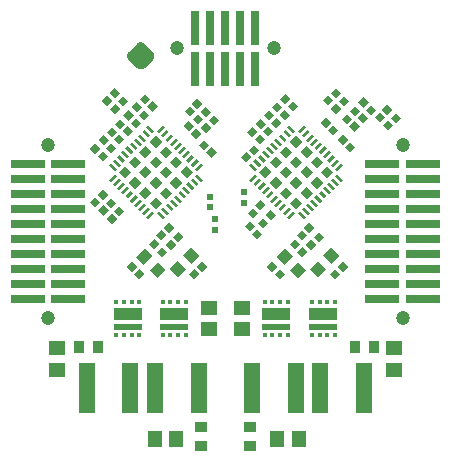
<source format=gts>
G04 #@! TF.FileFunction,Soldermask,Top*
%FSLAX46Y46*%
G04 Gerber Fmt 4.6, Leading zero omitted, Abs format (unit mm)*
G04 Created by KiCad (PCBNEW 4.1.0-alpha+201605071002+6776~44~ubuntu14.04.1-product) date Mon 25 Jul 2016 08:51:32 BST*
%MOMM*%
%LPD*%
G01*
G04 APERTURE LIST*
%ADD10C,0.100000*%
%ADD11R,0.450000X0.450000*%
%ADD12R,2.450000X1.036000*%
%ADD13R,2.450000X0.562000*%
%ADD14R,0.740000X2.920000*%
%ADD15R,0.950000X1.000000*%
%ADD16R,0.620000X0.620000*%
%ADD17R,1.000000X0.950000*%
%ADD18R,1.400000X4.200000*%
%ADD19C,1.200000*%
%ADD20R,2.920000X0.740000*%
%ADD21R,1.450000X1.150000*%
%ADD22R,1.150000X1.450000*%
G04 APERTURE END LIST*
D10*
D11*
X105275000Y-108786000D03*
X104625000Y-108786000D03*
X103325000Y-108786000D03*
X103975000Y-108786000D03*
X103325000Y-106014000D03*
X103975000Y-106014000D03*
X104625000Y-106014000D03*
X105275000Y-106014000D03*
D12*
X104300000Y-106966000D03*
D13*
X104300000Y-108071000D03*
D11*
X96650000Y-108772000D03*
X96000000Y-108772000D03*
X94700000Y-108772000D03*
X95350000Y-108772000D03*
X94700000Y-106000000D03*
X95350000Y-106000000D03*
X96000000Y-106000000D03*
X96650000Y-106000000D03*
D12*
X95675000Y-106952000D03*
D13*
X95675000Y-108057000D03*
D11*
X109275000Y-108786000D03*
X108625000Y-108786000D03*
X107325000Y-108786000D03*
X107975000Y-108786000D03*
X107325000Y-106014000D03*
X107975000Y-106014000D03*
X108625000Y-106014000D03*
X109275000Y-106014000D03*
D12*
X108300000Y-106966000D03*
D13*
X108300000Y-108071000D03*
D11*
X92700000Y-108772000D03*
X92050000Y-108772000D03*
X90750000Y-108772000D03*
X91400000Y-108772000D03*
X90750000Y-106000000D03*
X91400000Y-106000000D03*
X92050000Y-106000000D03*
X92700000Y-106000000D03*
D12*
X91725000Y-106952000D03*
D13*
X91725000Y-108057000D03*
D10*
G36*
X92856604Y-90818198D02*
X92418198Y-91256604D01*
X91979792Y-90818198D01*
X92418198Y-90379792D01*
X92856604Y-90818198D01*
X92856604Y-90818198D01*
G37*
G36*
X92220208Y-90181802D02*
X91781802Y-90620208D01*
X91343396Y-90181802D01*
X91781802Y-89743396D01*
X92220208Y-90181802D01*
X92220208Y-90181802D01*
G37*
G36*
X104756604Y-90818198D02*
X104318198Y-91256604D01*
X103879792Y-90818198D01*
X104318198Y-90379792D01*
X104756604Y-90818198D01*
X104756604Y-90818198D01*
G37*
G36*
X104120208Y-90181802D02*
X103681802Y-90620208D01*
X103243396Y-90181802D01*
X103681802Y-89743396D01*
X104120208Y-90181802D01*
X104120208Y-90181802D01*
G37*
G36*
X107918198Y-100043396D02*
X108356604Y-100481802D01*
X107918198Y-100920208D01*
X107479792Y-100481802D01*
X107918198Y-100043396D01*
X107918198Y-100043396D01*
G37*
G36*
X107281802Y-100679792D02*
X107720208Y-101118198D01*
X107281802Y-101556604D01*
X106843396Y-101118198D01*
X107281802Y-100679792D01*
X107281802Y-100679792D01*
G37*
G36*
X96018198Y-100043396D02*
X96456604Y-100481802D01*
X96018198Y-100920208D01*
X95579792Y-100481802D01*
X96018198Y-100043396D01*
X96018198Y-100043396D01*
G37*
G36*
X95381802Y-100679792D02*
X95820208Y-101118198D01*
X95381802Y-101556604D01*
X94943396Y-101118198D01*
X95381802Y-100679792D01*
X95381802Y-100679792D01*
G37*
G36*
X92743396Y-88781802D02*
X93181802Y-88343396D01*
X93620208Y-88781802D01*
X93181802Y-89220208D01*
X92743396Y-88781802D01*
X92743396Y-88781802D01*
G37*
G36*
X93379792Y-89418198D02*
X93818198Y-88979792D01*
X94256604Y-89418198D01*
X93818198Y-89856604D01*
X93379792Y-89418198D01*
X93379792Y-89418198D01*
G37*
D14*
X97460000Y-86215000D03*
X97460000Y-82785000D03*
X98730000Y-86215000D03*
X98730000Y-82785000D03*
X100000000Y-86215000D03*
X100000000Y-82785000D03*
X101270000Y-86215000D03*
X101270000Y-82785000D03*
X102540000Y-86215000D03*
X102540000Y-82785000D03*
D10*
G36*
X104643396Y-88781802D02*
X105081802Y-88343396D01*
X105520208Y-88781802D01*
X105081802Y-89220208D01*
X104643396Y-88781802D01*
X104643396Y-88781802D01*
G37*
G36*
X105279792Y-89418198D02*
X105718198Y-88979792D01*
X106156604Y-89418198D01*
X105718198Y-89856604D01*
X105279792Y-89418198D01*
X105279792Y-89418198D01*
G37*
D15*
X89200000Y-109800000D03*
X87600000Y-109800000D03*
D10*
G36*
X90381802Y-99356604D02*
X89943396Y-98918198D01*
X90381802Y-98479792D01*
X90820208Y-98918198D01*
X90381802Y-99356604D01*
X90381802Y-99356604D01*
G37*
G36*
X91018198Y-98720208D02*
X90579792Y-98281802D01*
X91018198Y-97843396D01*
X91456604Y-98281802D01*
X91018198Y-98720208D01*
X91018198Y-98720208D01*
G37*
G36*
X91318198Y-88543396D02*
X91756604Y-88981802D01*
X91318198Y-89420208D01*
X90879792Y-88981802D01*
X91318198Y-88543396D01*
X91318198Y-88543396D01*
G37*
G36*
X90681802Y-89179792D02*
X91120208Y-89618198D01*
X90681802Y-90056604D01*
X90243396Y-89618198D01*
X90681802Y-89179792D01*
X90681802Y-89179792D01*
G37*
G36*
X91456604Y-92218198D02*
X91018198Y-92656604D01*
X90579792Y-92218198D01*
X91018198Y-91779792D01*
X91456604Y-92218198D01*
X91456604Y-92218198D01*
G37*
G36*
X90820208Y-91581802D02*
X90381802Y-92020208D01*
X89943396Y-91581802D01*
X90381802Y-91143396D01*
X90820208Y-91581802D01*
X90820208Y-91581802D01*
G37*
G36*
X90618198Y-87843396D02*
X91056604Y-88281802D01*
X90618198Y-88720208D01*
X90179792Y-88281802D01*
X90618198Y-87843396D01*
X90618198Y-87843396D01*
G37*
G36*
X89981802Y-88479792D02*
X90420208Y-88918198D01*
X89981802Y-89356604D01*
X89543396Y-88918198D01*
X89981802Y-88479792D01*
X89981802Y-88479792D01*
G37*
G36*
X90756604Y-92918198D02*
X90318198Y-93356604D01*
X89879792Y-92918198D01*
X90318198Y-92479792D01*
X90756604Y-92918198D01*
X90756604Y-92918198D01*
G37*
G36*
X90120208Y-92281802D02*
X89681802Y-92720208D01*
X89243396Y-92281802D01*
X89681802Y-91843396D01*
X90120208Y-92281802D01*
X90120208Y-92281802D01*
G37*
D16*
X99100000Y-99850000D03*
X99100000Y-98950000D03*
D10*
G36*
X96981802Y-90256604D02*
X96543396Y-89818198D01*
X96981802Y-89379792D01*
X97420208Y-89818198D01*
X96981802Y-90256604D01*
X96981802Y-90256604D01*
G37*
G36*
X97618198Y-89620208D02*
X97179792Y-89181802D01*
X97618198Y-88743396D01*
X98056604Y-89181802D01*
X97618198Y-89620208D01*
X97618198Y-89620208D01*
G37*
D16*
X98700000Y-97950000D03*
X98700000Y-97050000D03*
D10*
G36*
X90643396Y-90881802D02*
X91081802Y-90443396D01*
X91520208Y-90881802D01*
X91081802Y-91320208D01*
X90643396Y-90881802D01*
X90643396Y-90881802D01*
G37*
G36*
X91279792Y-91518198D02*
X91718198Y-91079792D01*
X92156604Y-91518198D01*
X91718198Y-91956604D01*
X91279792Y-91518198D01*
X91279792Y-91518198D01*
G37*
D17*
X97900000Y-118200000D03*
X97900000Y-116600000D03*
X102100000Y-116600000D03*
X102100000Y-118200000D03*
D10*
G36*
X103138406Y-100200000D02*
X102700000Y-100638406D01*
X102261594Y-100200000D01*
X102700000Y-99761594D01*
X103138406Y-100200000D01*
X103138406Y-100200000D01*
G37*
G36*
X102502010Y-99563604D02*
X102063604Y-100002010D01*
X101625198Y-99563604D01*
X102063604Y-99125198D01*
X102502010Y-99563604D01*
X102502010Y-99563604D01*
G37*
G36*
X113081802Y-90756604D02*
X112643396Y-90318198D01*
X113081802Y-89879792D01*
X113520208Y-90318198D01*
X113081802Y-90756604D01*
X113081802Y-90756604D01*
G37*
G36*
X113718198Y-90120208D02*
X113279792Y-89681802D01*
X113718198Y-89243396D01*
X114156604Y-89681802D01*
X113718198Y-90120208D01*
X113718198Y-90120208D01*
G37*
G36*
X103356604Y-92218198D02*
X102918198Y-92656604D01*
X102479792Y-92218198D01*
X102918198Y-91779792D01*
X103356604Y-92218198D01*
X103356604Y-92218198D01*
G37*
G36*
X102720208Y-91581802D02*
X102281802Y-92020208D01*
X101843396Y-91581802D01*
X102281802Y-91143396D01*
X102720208Y-91581802D01*
X102720208Y-91581802D01*
G37*
G36*
X113781802Y-91456604D02*
X113343396Y-91018198D01*
X113781802Y-90579792D01*
X114220208Y-91018198D01*
X113781802Y-91456604D01*
X113781802Y-91456604D01*
G37*
G36*
X114418198Y-90820208D02*
X113979792Y-90381802D01*
X114418198Y-89943396D01*
X114856604Y-90381802D01*
X114418198Y-90820208D01*
X114418198Y-90820208D01*
G37*
G36*
X102418198Y-92643396D02*
X102856604Y-93081802D01*
X102418198Y-93520208D01*
X101979792Y-93081802D01*
X102418198Y-92643396D01*
X102418198Y-92643396D01*
G37*
G36*
X101781802Y-93279792D02*
X102220208Y-93718198D01*
X101781802Y-94156604D01*
X101343396Y-93718198D01*
X101781802Y-93279792D01*
X101781802Y-93279792D01*
G37*
G36*
X110036396Y-88525198D02*
X110474802Y-88963604D01*
X110036396Y-89402010D01*
X109597990Y-88963604D01*
X110036396Y-88525198D01*
X110036396Y-88525198D01*
G37*
G36*
X109400000Y-89161594D02*
X109838406Y-89600000D01*
X109400000Y-90038406D01*
X108961594Y-89600000D01*
X109400000Y-89161594D01*
X109400000Y-89161594D01*
G37*
G36*
X112756604Y-89718198D02*
X112318198Y-90156604D01*
X111879792Y-89718198D01*
X112318198Y-89279792D01*
X112756604Y-89718198D01*
X112756604Y-89718198D01*
G37*
G36*
X112120208Y-89081802D02*
X111681802Y-89520208D01*
X111243396Y-89081802D01*
X111681802Y-88643396D01*
X112120208Y-89081802D01*
X112120208Y-89081802D01*
G37*
G36*
X109336396Y-87825198D02*
X109774802Y-88263604D01*
X109336396Y-88702010D01*
X108897990Y-88263604D01*
X109336396Y-87825198D01*
X109336396Y-87825198D01*
G37*
G36*
X108700000Y-88461594D02*
X109138406Y-88900000D01*
X108700000Y-89338406D01*
X108261594Y-88900000D01*
X108700000Y-88461594D01*
X108700000Y-88461594D01*
G37*
D18*
X91950000Y-113300000D03*
X88250000Y-113300000D03*
X94050000Y-113300000D03*
X97750000Y-113300000D03*
X111750000Y-113300000D03*
X108050000Y-113300000D03*
D19*
X115000000Y-107305000D03*
X115000000Y-92695000D03*
D20*
X113285000Y-94285000D03*
X116715000Y-94285000D03*
X113285000Y-95555000D03*
X116715000Y-95555000D03*
X113285000Y-96825000D03*
X116715000Y-96825000D03*
X113285000Y-98095000D03*
X116715000Y-98095000D03*
X113285000Y-99365000D03*
X116715000Y-99365000D03*
X113285000Y-100635000D03*
X116715000Y-100635000D03*
X113285000Y-101905000D03*
X116715000Y-101905000D03*
X113285000Y-103175000D03*
X116715000Y-103175000D03*
X113285000Y-104445000D03*
X116715000Y-104445000D03*
X113285000Y-105715000D03*
X116715000Y-105715000D03*
D19*
X85000000Y-107305000D03*
X85000000Y-92695000D03*
D20*
X83285000Y-94285000D03*
X86715000Y-94285000D03*
X83285000Y-95555000D03*
X86715000Y-95555000D03*
X83285000Y-96825000D03*
X86715000Y-96825000D03*
X83285000Y-98095000D03*
X86715000Y-98095000D03*
X83285000Y-99365000D03*
X86715000Y-99365000D03*
X83285000Y-100635000D03*
X86715000Y-100635000D03*
X83285000Y-101905000D03*
X86715000Y-101905000D03*
X83285000Y-103175000D03*
X86715000Y-103175000D03*
X83285000Y-104445000D03*
X86715000Y-104445000D03*
X83285000Y-105715000D03*
X86715000Y-105715000D03*
D10*
G36*
X97900699Y-94204505D02*
X98077476Y-94381282D01*
X97582501Y-94876257D01*
X97405724Y-94699480D01*
X97900699Y-94204505D01*
X97900699Y-94204505D01*
G37*
G36*
X97547146Y-93850951D02*
X97723923Y-94027728D01*
X97228948Y-94522703D01*
X97052171Y-94345926D01*
X97547146Y-93850951D01*
X97547146Y-93850951D01*
G37*
G36*
X97193592Y-93497398D02*
X97370369Y-93674175D01*
X96875394Y-94169150D01*
X96698617Y-93992373D01*
X97193592Y-93497398D01*
X97193592Y-93497398D01*
G37*
G36*
X96840039Y-93143844D02*
X97016816Y-93320621D01*
X96521841Y-93815596D01*
X96345064Y-93638819D01*
X96840039Y-93143844D01*
X96840039Y-93143844D01*
G37*
G36*
X96486485Y-92790291D02*
X96663262Y-92967068D01*
X96168287Y-93462043D01*
X95991510Y-93285266D01*
X96486485Y-92790291D01*
X96486485Y-92790291D01*
G37*
G36*
X96132932Y-92436738D02*
X96309709Y-92613515D01*
X95814734Y-93108490D01*
X95637957Y-92931713D01*
X96132932Y-92436738D01*
X96132932Y-92436738D01*
G37*
G36*
X95779379Y-92083184D02*
X95956156Y-92259961D01*
X95461181Y-92754936D01*
X95284404Y-92578159D01*
X95779379Y-92083184D01*
X95779379Y-92083184D01*
G37*
G36*
X95425825Y-91729631D02*
X95602602Y-91906408D01*
X95107627Y-92401383D01*
X94930850Y-92224606D01*
X95425825Y-91729631D01*
X95425825Y-91729631D01*
G37*
G36*
X95072272Y-91376077D02*
X95249049Y-91552854D01*
X94754074Y-92047829D01*
X94577297Y-91871052D01*
X95072272Y-91376077D01*
X95072272Y-91376077D01*
G37*
G36*
X94718718Y-91022524D02*
X94895495Y-91199301D01*
X94400520Y-91694276D01*
X94223743Y-91517499D01*
X94718718Y-91022524D01*
X94718718Y-91022524D01*
G37*
G36*
X93481282Y-91022524D02*
X93976257Y-91517499D01*
X93799480Y-91694276D01*
X93304505Y-91199301D01*
X93481282Y-91022524D01*
X93481282Y-91022524D01*
G37*
G36*
X93127728Y-91376077D02*
X93622703Y-91871052D01*
X93445926Y-92047829D01*
X92950951Y-91552854D01*
X93127728Y-91376077D01*
X93127728Y-91376077D01*
G37*
G36*
X92774175Y-91729631D02*
X93269150Y-92224606D01*
X93092373Y-92401383D01*
X92597398Y-91906408D01*
X92774175Y-91729631D01*
X92774175Y-91729631D01*
G37*
G36*
X92420621Y-92083184D02*
X92915596Y-92578159D01*
X92738819Y-92754936D01*
X92243844Y-92259961D01*
X92420621Y-92083184D01*
X92420621Y-92083184D01*
G37*
G36*
X92067068Y-92436738D02*
X92562043Y-92931713D01*
X92385266Y-93108490D01*
X91890291Y-92613515D01*
X92067068Y-92436738D01*
X92067068Y-92436738D01*
G37*
G36*
X91713515Y-92790291D02*
X92208490Y-93285266D01*
X92031713Y-93462043D01*
X91536738Y-92967068D01*
X91713515Y-92790291D01*
X91713515Y-92790291D01*
G37*
G36*
X91359961Y-93143844D02*
X91854936Y-93638819D01*
X91678159Y-93815596D01*
X91183184Y-93320621D01*
X91359961Y-93143844D01*
X91359961Y-93143844D01*
G37*
G36*
X91006408Y-93497398D02*
X91501383Y-93992373D01*
X91324606Y-94169150D01*
X90829631Y-93674175D01*
X91006408Y-93497398D01*
X91006408Y-93497398D01*
G37*
G36*
X90652854Y-93850951D02*
X91147829Y-94345926D01*
X90971052Y-94522703D01*
X90476077Y-94027728D01*
X90652854Y-93850951D01*
X90652854Y-93850951D01*
G37*
G36*
X90299301Y-94204505D02*
X90794276Y-94699480D01*
X90617499Y-94876257D01*
X90122524Y-94381282D01*
X90299301Y-94204505D01*
X90299301Y-94204505D01*
G37*
G36*
X90617499Y-95123743D02*
X90794276Y-95300520D01*
X90299301Y-95795495D01*
X90122524Y-95618718D01*
X90617499Y-95123743D01*
X90617499Y-95123743D01*
G37*
G36*
X90971052Y-95477297D02*
X91147829Y-95654074D01*
X90652854Y-96149049D01*
X90476077Y-95972272D01*
X90971052Y-95477297D01*
X90971052Y-95477297D01*
G37*
G36*
X91324606Y-95830850D02*
X91501383Y-96007627D01*
X91006408Y-96502602D01*
X90829631Y-96325825D01*
X91324606Y-95830850D01*
X91324606Y-95830850D01*
G37*
G36*
X91678159Y-96184404D02*
X91854936Y-96361181D01*
X91359961Y-96856156D01*
X91183184Y-96679379D01*
X91678159Y-96184404D01*
X91678159Y-96184404D01*
G37*
G36*
X92031713Y-96537957D02*
X92208490Y-96714734D01*
X91713515Y-97209709D01*
X91536738Y-97032932D01*
X92031713Y-96537957D01*
X92031713Y-96537957D01*
G37*
G36*
X92385266Y-96891510D02*
X92562043Y-97068287D01*
X92067068Y-97563262D01*
X91890291Y-97386485D01*
X92385266Y-96891510D01*
X92385266Y-96891510D01*
G37*
G36*
X92738819Y-97245064D02*
X92915596Y-97421841D01*
X92420621Y-97916816D01*
X92243844Y-97740039D01*
X92738819Y-97245064D01*
X92738819Y-97245064D01*
G37*
G36*
X93092373Y-97598617D02*
X93269150Y-97775394D01*
X92774175Y-98270369D01*
X92597398Y-98093592D01*
X93092373Y-97598617D01*
X93092373Y-97598617D01*
G37*
G36*
X93445926Y-97952171D02*
X93622703Y-98128948D01*
X93127728Y-98623923D01*
X92950951Y-98447146D01*
X93445926Y-97952171D01*
X93445926Y-97952171D01*
G37*
G36*
X93799480Y-98305724D02*
X93976257Y-98482501D01*
X93481282Y-98977476D01*
X93304505Y-98800699D01*
X93799480Y-98305724D01*
X93799480Y-98305724D01*
G37*
G36*
X94400520Y-98305724D02*
X94895495Y-98800699D01*
X94718718Y-98977476D01*
X94223743Y-98482501D01*
X94400520Y-98305724D01*
X94400520Y-98305724D01*
G37*
G36*
X94754074Y-97952171D02*
X95249049Y-98447146D01*
X95072272Y-98623923D01*
X94577297Y-98128948D01*
X94754074Y-97952171D01*
X94754074Y-97952171D01*
G37*
G36*
X95107627Y-97598617D02*
X95602602Y-98093592D01*
X95425825Y-98270369D01*
X94930850Y-97775394D01*
X95107627Y-97598617D01*
X95107627Y-97598617D01*
G37*
G36*
X95461181Y-97245064D02*
X95956156Y-97740039D01*
X95779379Y-97916816D01*
X95284404Y-97421841D01*
X95461181Y-97245064D01*
X95461181Y-97245064D01*
G37*
G36*
X95814734Y-96891510D02*
X96309709Y-97386485D01*
X96132932Y-97563262D01*
X95637957Y-97068287D01*
X95814734Y-96891510D01*
X95814734Y-96891510D01*
G37*
G36*
X96168287Y-96537957D02*
X96663262Y-97032932D01*
X96486485Y-97209709D01*
X95991510Y-96714734D01*
X96168287Y-96537957D01*
X96168287Y-96537957D01*
G37*
G36*
X96521841Y-96184404D02*
X97016816Y-96679379D01*
X96840039Y-96856156D01*
X96345064Y-96361181D01*
X96521841Y-96184404D01*
X96521841Y-96184404D01*
G37*
G36*
X96875394Y-95830850D02*
X97370369Y-96325825D01*
X97193592Y-96502602D01*
X96698617Y-96007627D01*
X96875394Y-95830850D01*
X96875394Y-95830850D01*
G37*
G36*
X97228948Y-95477297D02*
X97723923Y-95972272D01*
X97547146Y-96149049D01*
X97052171Y-95654074D01*
X97228948Y-95477297D01*
X97228948Y-95477297D01*
G37*
G36*
X97582501Y-95123743D02*
X98077476Y-95618718D01*
X97900699Y-95795495D01*
X97405724Y-95300520D01*
X97582501Y-95123743D01*
X97582501Y-95123743D01*
G37*
G36*
X96709224Y-94482398D02*
X97226826Y-95000000D01*
X96709224Y-95517602D01*
X96191622Y-95000000D01*
X96709224Y-94482398D01*
X96709224Y-94482398D01*
G37*
G36*
X95839483Y-93612657D02*
X96357085Y-94130259D01*
X95839483Y-94647861D01*
X95321881Y-94130259D01*
X95839483Y-93612657D01*
X95839483Y-93612657D01*
G37*
G36*
X94969741Y-92742915D02*
X95487343Y-93260517D01*
X94969741Y-93778119D01*
X94452139Y-93260517D01*
X94969741Y-92742915D01*
X94969741Y-92742915D01*
G37*
G36*
X94100000Y-91873174D02*
X94617602Y-92390776D01*
X94100000Y-92908378D01*
X93582398Y-92390776D01*
X94100000Y-91873174D01*
X94100000Y-91873174D01*
G37*
G36*
X95839483Y-95352139D02*
X96357085Y-95869741D01*
X95839483Y-96387343D01*
X95321881Y-95869741D01*
X95839483Y-95352139D01*
X95839483Y-95352139D01*
G37*
G36*
X94969741Y-94482398D02*
X95487343Y-95000000D01*
X94969741Y-95517602D01*
X94452139Y-95000000D01*
X94969741Y-94482398D01*
X94969741Y-94482398D01*
G37*
G36*
X94100000Y-93612657D02*
X94617602Y-94130259D01*
X94100000Y-94647861D01*
X93582398Y-94130259D01*
X94100000Y-93612657D01*
X94100000Y-93612657D01*
G37*
G36*
X93230259Y-92742915D02*
X93747861Y-93260517D01*
X93230259Y-93778119D01*
X92712657Y-93260517D01*
X93230259Y-92742915D01*
X93230259Y-92742915D01*
G37*
G36*
X94969741Y-96221881D02*
X95487343Y-96739483D01*
X94969741Y-97257085D01*
X94452139Y-96739483D01*
X94969741Y-96221881D01*
X94969741Y-96221881D01*
G37*
G36*
X94100000Y-95352139D02*
X94617602Y-95869741D01*
X94100000Y-96387343D01*
X93582398Y-95869741D01*
X94100000Y-95352139D01*
X94100000Y-95352139D01*
G37*
G36*
X93230259Y-94482398D02*
X93747861Y-95000000D01*
X93230259Y-95517602D01*
X92712657Y-95000000D01*
X93230259Y-94482398D01*
X93230259Y-94482398D01*
G37*
G36*
X92360517Y-93612657D02*
X92878119Y-94130259D01*
X92360517Y-94647861D01*
X91842915Y-94130259D01*
X92360517Y-93612657D01*
X92360517Y-93612657D01*
G37*
G36*
X94100000Y-97091622D02*
X94617602Y-97609224D01*
X94100000Y-98126826D01*
X93582398Y-97609224D01*
X94100000Y-97091622D01*
X94100000Y-97091622D01*
G37*
G36*
X93230259Y-96221881D02*
X93747861Y-96739483D01*
X93230259Y-97257085D01*
X92712657Y-96739483D01*
X93230259Y-96221881D01*
X93230259Y-96221881D01*
G37*
G36*
X92360517Y-95352139D02*
X92878119Y-95869741D01*
X92360517Y-96387343D01*
X91842915Y-95869741D01*
X92360517Y-95352139D01*
X92360517Y-95352139D01*
G37*
G36*
X91490776Y-94482398D02*
X92008378Y-95000000D01*
X91490776Y-95517602D01*
X90973174Y-95000000D01*
X91490776Y-94482398D01*
X91490776Y-94482398D01*
G37*
G36*
X92444886Y-102151993D02*
X93151993Y-101444886D01*
X93823744Y-102116637D01*
X93116637Y-102823744D01*
X92444886Y-102151993D01*
X92444886Y-102151993D01*
G37*
G36*
X93576256Y-103283363D02*
X94283363Y-102576256D01*
X94955114Y-103248007D01*
X94248007Y-103955114D01*
X93576256Y-103283363D01*
X93576256Y-103283363D01*
G37*
G36*
X97048007Y-101344886D02*
X97755114Y-102051993D01*
X97083363Y-102723744D01*
X96376256Y-102016637D01*
X97048007Y-101344886D01*
X97048007Y-101344886D01*
G37*
G36*
X95916637Y-102476256D02*
X96623744Y-103183363D01*
X95951993Y-103855114D01*
X95244886Y-103148007D01*
X95916637Y-102476256D01*
X95916637Y-102476256D01*
G37*
G36*
X104344886Y-102151993D02*
X105051993Y-101444886D01*
X105723744Y-102116637D01*
X105016637Y-102823744D01*
X104344886Y-102151993D01*
X104344886Y-102151993D01*
G37*
G36*
X105476256Y-103283363D02*
X106183363Y-102576256D01*
X106855114Y-103248007D01*
X106148007Y-103955114D01*
X105476256Y-103283363D01*
X105476256Y-103283363D01*
G37*
G36*
X108948007Y-101344886D02*
X109655114Y-102051993D01*
X108983363Y-102723744D01*
X108276256Y-102016637D01*
X108948007Y-101344886D01*
X108948007Y-101344886D01*
G37*
G36*
X107816637Y-102476256D02*
X108523744Y-103183363D01*
X107851993Y-103855114D01*
X107144886Y-103148007D01*
X107816637Y-102476256D01*
X107816637Y-102476256D01*
G37*
D21*
X85700000Y-109900000D03*
X85700000Y-111700000D03*
D10*
G36*
X92043396Y-89481802D02*
X92481802Y-89043396D01*
X92920208Y-89481802D01*
X92481802Y-89920208D01*
X92043396Y-89481802D01*
X92043396Y-89481802D01*
G37*
G36*
X92679792Y-90118198D02*
X93118198Y-89679792D01*
X93556604Y-90118198D01*
X93118198Y-90556604D01*
X92679792Y-90118198D01*
X92679792Y-90118198D01*
G37*
G36*
X95218198Y-99243396D02*
X95656604Y-99681802D01*
X95218198Y-100120208D01*
X94779792Y-99681802D01*
X95218198Y-99243396D01*
X95218198Y-99243396D01*
G37*
G36*
X94581802Y-99879792D02*
X95020208Y-100318198D01*
X94581802Y-100756604D01*
X94143396Y-100318198D01*
X94581802Y-99879792D01*
X94581802Y-99879792D01*
G37*
G36*
X93156604Y-103618198D02*
X92718198Y-104056604D01*
X92279792Y-103618198D01*
X92718198Y-103179792D01*
X93156604Y-103618198D01*
X93156604Y-103618198D01*
G37*
G36*
X92520208Y-102981802D02*
X92081802Y-103420208D01*
X91643396Y-102981802D01*
X92081802Y-102543396D01*
X92520208Y-102981802D01*
X92520208Y-102981802D01*
G37*
G36*
X88543396Y-92981802D02*
X88981802Y-92543396D01*
X89420208Y-92981802D01*
X88981802Y-93420208D01*
X88543396Y-92981802D01*
X88543396Y-92981802D01*
G37*
G36*
X89179792Y-93618198D02*
X89618198Y-93179792D01*
X90056604Y-93618198D01*
X89618198Y-94056604D01*
X89179792Y-93618198D01*
X89179792Y-93618198D01*
G37*
G36*
X89618198Y-96443396D02*
X90056604Y-96881802D01*
X89618198Y-97320208D01*
X89179792Y-96881802D01*
X89618198Y-96443396D01*
X89618198Y-96443396D01*
G37*
G36*
X88981802Y-97079792D02*
X89420208Y-97518198D01*
X88981802Y-97956604D01*
X88543396Y-97518198D01*
X88981802Y-97079792D01*
X88981802Y-97079792D01*
G37*
G36*
X99256604Y-93318198D02*
X98818198Y-93756604D01*
X98379792Y-93318198D01*
X98818198Y-92879792D01*
X99256604Y-93318198D01*
X99256604Y-93318198D01*
G37*
G36*
X98620208Y-92681802D02*
X98181802Y-93120208D01*
X97743396Y-92681802D01*
X98181802Y-92243396D01*
X98620208Y-92681802D01*
X98620208Y-92681802D01*
G37*
D21*
X98600000Y-108300000D03*
X98600000Y-106500000D03*
D10*
G36*
X97956604Y-91718198D02*
X97518198Y-92156604D01*
X97079792Y-91718198D01*
X97518198Y-91279792D01*
X97956604Y-91718198D01*
X97956604Y-91718198D01*
G37*
G36*
X97320208Y-91081802D02*
X96881802Y-91520208D01*
X96443396Y-91081802D01*
X96881802Y-90643396D01*
X97320208Y-91081802D01*
X97320208Y-91081802D01*
G37*
G36*
X99018198Y-90143396D02*
X99456604Y-90581802D01*
X99018198Y-91020208D01*
X98579792Y-90581802D01*
X99018198Y-90143396D01*
X99018198Y-90143396D01*
G37*
G36*
X98381802Y-90779792D02*
X98820208Y-91218198D01*
X98381802Y-91656604D01*
X97943396Y-91218198D01*
X98381802Y-90779792D01*
X98381802Y-90779792D01*
G37*
G36*
X98318198Y-89443396D02*
X98756604Y-89881802D01*
X98318198Y-90320208D01*
X97879792Y-89881802D01*
X98318198Y-89443396D01*
X98318198Y-89443396D01*
G37*
G36*
X97681802Y-90079792D02*
X98120208Y-90518198D01*
X97681802Y-90956604D01*
X97243396Y-90518198D01*
X97681802Y-90079792D01*
X97681802Y-90079792D01*
G37*
G36*
X98018198Y-102543396D02*
X98456604Y-102981802D01*
X98018198Y-103420208D01*
X97579792Y-102981802D01*
X98018198Y-102543396D01*
X98018198Y-102543396D01*
G37*
G36*
X97381802Y-103179792D02*
X97820208Y-103618198D01*
X97381802Y-104056604D01*
X96943396Y-103618198D01*
X97381802Y-103179792D01*
X97381802Y-103179792D01*
G37*
D22*
X95800000Y-117600000D03*
X94000000Y-117600000D03*
D10*
G36*
X103943396Y-89481802D02*
X104381802Y-89043396D01*
X104820208Y-89481802D01*
X104381802Y-89920208D01*
X103943396Y-89481802D01*
X103943396Y-89481802D01*
G37*
G36*
X104579792Y-90118198D02*
X105018198Y-89679792D01*
X105456604Y-90118198D01*
X105018198Y-90556604D01*
X104579792Y-90118198D01*
X104579792Y-90118198D01*
G37*
G36*
X107118198Y-99243396D02*
X107556604Y-99681802D01*
X107118198Y-100120208D01*
X106679792Y-99681802D01*
X107118198Y-99243396D01*
X107118198Y-99243396D01*
G37*
G36*
X106481802Y-99879792D02*
X106920208Y-100318198D01*
X106481802Y-100756604D01*
X106043396Y-100318198D01*
X106481802Y-99879792D01*
X106481802Y-99879792D01*
G37*
G36*
X103818198Y-98193396D02*
X104256604Y-98631802D01*
X103818198Y-99070208D01*
X103379792Y-98631802D01*
X103818198Y-98193396D01*
X103818198Y-98193396D01*
G37*
G36*
X103181802Y-98829792D02*
X103620208Y-99268198D01*
X103181802Y-99706604D01*
X102743396Y-99268198D01*
X103181802Y-98829792D01*
X103181802Y-98829792D01*
G37*
G36*
X105056604Y-103618198D02*
X104618198Y-104056604D01*
X104179792Y-103618198D01*
X104618198Y-103179792D01*
X105056604Y-103618198D01*
X105056604Y-103618198D01*
G37*
G36*
X104420208Y-102981802D02*
X103981802Y-103420208D01*
X103543396Y-102981802D01*
X103981802Y-102543396D01*
X104420208Y-102981802D01*
X104420208Y-102981802D01*
G37*
D16*
X101600000Y-96700000D03*
X101600000Y-97600000D03*
D10*
G36*
X102968198Y-97343396D02*
X103406604Y-97781802D01*
X102968198Y-98220208D01*
X102529792Y-97781802D01*
X102968198Y-97343396D01*
X102968198Y-97343396D01*
G37*
G36*
X102331802Y-97979792D02*
X102770208Y-98418198D01*
X102331802Y-98856604D01*
X101893396Y-98418198D01*
X102331802Y-97979792D01*
X102331802Y-97979792D01*
G37*
G36*
X111006604Y-92868198D02*
X110568198Y-93306604D01*
X110129792Y-92868198D01*
X110568198Y-92429792D01*
X111006604Y-92868198D01*
X111006604Y-92868198D01*
G37*
G36*
X110370208Y-92231802D02*
X109931802Y-92670208D01*
X109493396Y-92231802D01*
X109931802Y-91793396D01*
X110370208Y-92231802D01*
X110370208Y-92231802D01*
G37*
D21*
X101400000Y-108300000D03*
X101400000Y-106500000D03*
D10*
G36*
X109556604Y-91418198D02*
X109118198Y-91856604D01*
X108679792Y-91418198D01*
X109118198Y-90979792D01*
X109556604Y-91418198D01*
X109556604Y-91418198D01*
G37*
G36*
X108920208Y-90781802D02*
X108481802Y-91220208D01*
X108043396Y-90781802D01*
X108481802Y-90343396D01*
X108920208Y-90781802D01*
X108920208Y-90781802D01*
G37*
G36*
X110543396Y-89781802D02*
X110981802Y-89343396D01*
X111420208Y-89781802D01*
X110981802Y-90220208D01*
X110543396Y-89781802D01*
X110543396Y-89781802D01*
G37*
G36*
X111179792Y-90418198D02*
X111618198Y-89979792D01*
X112056604Y-90418198D01*
X111618198Y-90856604D01*
X111179792Y-90418198D01*
X111179792Y-90418198D01*
G37*
D21*
X114300000Y-109900000D03*
X114300000Y-111700000D03*
D10*
G36*
X109800699Y-94204505D02*
X109977476Y-94381282D01*
X109482501Y-94876257D01*
X109305724Y-94699480D01*
X109800699Y-94204505D01*
X109800699Y-94204505D01*
G37*
G36*
X109447146Y-93850951D02*
X109623923Y-94027728D01*
X109128948Y-94522703D01*
X108952171Y-94345926D01*
X109447146Y-93850951D01*
X109447146Y-93850951D01*
G37*
G36*
X109093592Y-93497398D02*
X109270369Y-93674175D01*
X108775394Y-94169150D01*
X108598617Y-93992373D01*
X109093592Y-93497398D01*
X109093592Y-93497398D01*
G37*
G36*
X108740039Y-93143844D02*
X108916816Y-93320621D01*
X108421841Y-93815596D01*
X108245064Y-93638819D01*
X108740039Y-93143844D01*
X108740039Y-93143844D01*
G37*
G36*
X108386485Y-92790291D02*
X108563262Y-92967068D01*
X108068287Y-93462043D01*
X107891510Y-93285266D01*
X108386485Y-92790291D01*
X108386485Y-92790291D01*
G37*
G36*
X108032932Y-92436738D02*
X108209709Y-92613515D01*
X107714734Y-93108490D01*
X107537957Y-92931713D01*
X108032932Y-92436738D01*
X108032932Y-92436738D01*
G37*
G36*
X107679379Y-92083184D02*
X107856156Y-92259961D01*
X107361181Y-92754936D01*
X107184404Y-92578159D01*
X107679379Y-92083184D01*
X107679379Y-92083184D01*
G37*
G36*
X107325825Y-91729631D02*
X107502602Y-91906408D01*
X107007627Y-92401383D01*
X106830850Y-92224606D01*
X107325825Y-91729631D01*
X107325825Y-91729631D01*
G37*
G36*
X106972272Y-91376077D02*
X107149049Y-91552854D01*
X106654074Y-92047829D01*
X106477297Y-91871052D01*
X106972272Y-91376077D01*
X106972272Y-91376077D01*
G37*
G36*
X106618718Y-91022524D02*
X106795495Y-91199301D01*
X106300520Y-91694276D01*
X106123743Y-91517499D01*
X106618718Y-91022524D01*
X106618718Y-91022524D01*
G37*
G36*
X105381282Y-91022524D02*
X105876257Y-91517499D01*
X105699480Y-91694276D01*
X105204505Y-91199301D01*
X105381282Y-91022524D01*
X105381282Y-91022524D01*
G37*
G36*
X105027728Y-91376077D02*
X105522703Y-91871052D01*
X105345926Y-92047829D01*
X104850951Y-91552854D01*
X105027728Y-91376077D01*
X105027728Y-91376077D01*
G37*
G36*
X104674175Y-91729631D02*
X105169150Y-92224606D01*
X104992373Y-92401383D01*
X104497398Y-91906408D01*
X104674175Y-91729631D01*
X104674175Y-91729631D01*
G37*
G36*
X104320621Y-92083184D02*
X104815596Y-92578159D01*
X104638819Y-92754936D01*
X104143844Y-92259961D01*
X104320621Y-92083184D01*
X104320621Y-92083184D01*
G37*
G36*
X103967068Y-92436738D02*
X104462043Y-92931713D01*
X104285266Y-93108490D01*
X103790291Y-92613515D01*
X103967068Y-92436738D01*
X103967068Y-92436738D01*
G37*
G36*
X103613515Y-92790291D02*
X104108490Y-93285266D01*
X103931713Y-93462043D01*
X103436738Y-92967068D01*
X103613515Y-92790291D01*
X103613515Y-92790291D01*
G37*
G36*
X103259961Y-93143844D02*
X103754936Y-93638819D01*
X103578159Y-93815596D01*
X103083184Y-93320621D01*
X103259961Y-93143844D01*
X103259961Y-93143844D01*
G37*
G36*
X102906408Y-93497398D02*
X103401383Y-93992373D01*
X103224606Y-94169150D01*
X102729631Y-93674175D01*
X102906408Y-93497398D01*
X102906408Y-93497398D01*
G37*
G36*
X102552854Y-93850951D02*
X103047829Y-94345926D01*
X102871052Y-94522703D01*
X102376077Y-94027728D01*
X102552854Y-93850951D01*
X102552854Y-93850951D01*
G37*
G36*
X102199301Y-94204505D02*
X102694276Y-94699480D01*
X102517499Y-94876257D01*
X102022524Y-94381282D01*
X102199301Y-94204505D01*
X102199301Y-94204505D01*
G37*
G36*
X102517499Y-95123743D02*
X102694276Y-95300520D01*
X102199301Y-95795495D01*
X102022524Y-95618718D01*
X102517499Y-95123743D01*
X102517499Y-95123743D01*
G37*
G36*
X102871052Y-95477297D02*
X103047829Y-95654074D01*
X102552854Y-96149049D01*
X102376077Y-95972272D01*
X102871052Y-95477297D01*
X102871052Y-95477297D01*
G37*
G36*
X103224606Y-95830850D02*
X103401383Y-96007627D01*
X102906408Y-96502602D01*
X102729631Y-96325825D01*
X103224606Y-95830850D01*
X103224606Y-95830850D01*
G37*
G36*
X103578159Y-96184404D02*
X103754936Y-96361181D01*
X103259961Y-96856156D01*
X103083184Y-96679379D01*
X103578159Y-96184404D01*
X103578159Y-96184404D01*
G37*
G36*
X103931713Y-96537957D02*
X104108490Y-96714734D01*
X103613515Y-97209709D01*
X103436738Y-97032932D01*
X103931713Y-96537957D01*
X103931713Y-96537957D01*
G37*
G36*
X104285266Y-96891510D02*
X104462043Y-97068287D01*
X103967068Y-97563262D01*
X103790291Y-97386485D01*
X104285266Y-96891510D01*
X104285266Y-96891510D01*
G37*
G36*
X104638819Y-97245064D02*
X104815596Y-97421841D01*
X104320621Y-97916816D01*
X104143844Y-97740039D01*
X104638819Y-97245064D01*
X104638819Y-97245064D01*
G37*
G36*
X104992373Y-97598617D02*
X105169150Y-97775394D01*
X104674175Y-98270369D01*
X104497398Y-98093592D01*
X104992373Y-97598617D01*
X104992373Y-97598617D01*
G37*
G36*
X105345926Y-97952171D02*
X105522703Y-98128948D01*
X105027728Y-98623923D01*
X104850951Y-98447146D01*
X105345926Y-97952171D01*
X105345926Y-97952171D01*
G37*
G36*
X105699480Y-98305724D02*
X105876257Y-98482501D01*
X105381282Y-98977476D01*
X105204505Y-98800699D01*
X105699480Y-98305724D01*
X105699480Y-98305724D01*
G37*
G36*
X106300520Y-98305724D02*
X106795495Y-98800699D01*
X106618718Y-98977476D01*
X106123743Y-98482501D01*
X106300520Y-98305724D01*
X106300520Y-98305724D01*
G37*
G36*
X106654074Y-97952171D02*
X107149049Y-98447146D01*
X106972272Y-98623923D01*
X106477297Y-98128948D01*
X106654074Y-97952171D01*
X106654074Y-97952171D01*
G37*
G36*
X107007627Y-97598617D02*
X107502602Y-98093592D01*
X107325825Y-98270369D01*
X106830850Y-97775394D01*
X107007627Y-97598617D01*
X107007627Y-97598617D01*
G37*
G36*
X107361181Y-97245064D02*
X107856156Y-97740039D01*
X107679379Y-97916816D01*
X107184404Y-97421841D01*
X107361181Y-97245064D01*
X107361181Y-97245064D01*
G37*
G36*
X107714734Y-96891510D02*
X108209709Y-97386485D01*
X108032932Y-97563262D01*
X107537957Y-97068287D01*
X107714734Y-96891510D01*
X107714734Y-96891510D01*
G37*
G36*
X108068287Y-96537957D02*
X108563262Y-97032932D01*
X108386485Y-97209709D01*
X107891510Y-96714734D01*
X108068287Y-96537957D01*
X108068287Y-96537957D01*
G37*
G36*
X108421841Y-96184404D02*
X108916816Y-96679379D01*
X108740039Y-96856156D01*
X108245064Y-96361181D01*
X108421841Y-96184404D01*
X108421841Y-96184404D01*
G37*
G36*
X108775394Y-95830850D02*
X109270369Y-96325825D01*
X109093592Y-96502602D01*
X108598617Y-96007627D01*
X108775394Y-95830850D01*
X108775394Y-95830850D01*
G37*
G36*
X109128948Y-95477297D02*
X109623923Y-95972272D01*
X109447146Y-96149049D01*
X108952171Y-95654074D01*
X109128948Y-95477297D01*
X109128948Y-95477297D01*
G37*
G36*
X109482501Y-95123743D02*
X109977476Y-95618718D01*
X109800699Y-95795495D01*
X109305724Y-95300520D01*
X109482501Y-95123743D01*
X109482501Y-95123743D01*
G37*
G36*
X108609224Y-94482398D02*
X109126826Y-95000000D01*
X108609224Y-95517602D01*
X108091622Y-95000000D01*
X108609224Y-94482398D01*
X108609224Y-94482398D01*
G37*
G36*
X107739483Y-93612657D02*
X108257085Y-94130259D01*
X107739483Y-94647861D01*
X107221881Y-94130259D01*
X107739483Y-93612657D01*
X107739483Y-93612657D01*
G37*
G36*
X106869741Y-92742915D02*
X107387343Y-93260517D01*
X106869741Y-93778119D01*
X106352139Y-93260517D01*
X106869741Y-92742915D01*
X106869741Y-92742915D01*
G37*
G36*
X106000000Y-91873174D02*
X106517602Y-92390776D01*
X106000000Y-92908378D01*
X105482398Y-92390776D01*
X106000000Y-91873174D01*
X106000000Y-91873174D01*
G37*
G36*
X107739483Y-95352139D02*
X108257085Y-95869741D01*
X107739483Y-96387343D01*
X107221881Y-95869741D01*
X107739483Y-95352139D01*
X107739483Y-95352139D01*
G37*
G36*
X106869741Y-94482398D02*
X107387343Y-95000000D01*
X106869741Y-95517602D01*
X106352139Y-95000000D01*
X106869741Y-94482398D01*
X106869741Y-94482398D01*
G37*
G36*
X106000000Y-93612657D02*
X106517602Y-94130259D01*
X106000000Y-94647861D01*
X105482398Y-94130259D01*
X106000000Y-93612657D01*
X106000000Y-93612657D01*
G37*
G36*
X105130259Y-92742915D02*
X105647861Y-93260517D01*
X105130259Y-93778119D01*
X104612657Y-93260517D01*
X105130259Y-92742915D01*
X105130259Y-92742915D01*
G37*
G36*
X106869741Y-96221881D02*
X107387343Y-96739483D01*
X106869741Y-97257085D01*
X106352139Y-96739483D01*
X106869741Y-96221881D01*
X106869741Y-96221881D01*
G37*
G36*
X106000000Y-95352139D02*
X106517602Y-95869741D01*
X106000000Y-96387343D01*
X105482398Y-95869741D01*
X106000000Y-95352139D01*
X106000000Y-95352139D01*
G37*
G36*
X105130259Y-94482398D02*
X105647861Y-95000000D01*
X105130259Y-95517602D01*
X104612657Y-95000000D01*
X105130259Y-94482398D01*
X105130259Y-94482398D01*
G37*
G36*
X104260517Y-93612657D02*
X104778119Y-94130259D01*
X104260517Y-94647861D01*
X103742915Y-94130259D01*
X104260517Y-93612657D01*
X104260517Y-93612657D01*
G37*
G36*
X106000000Y-97091622D02*
X106517602Y-97609224D01*
X106000000Y-98126826D01*
X105482398Y-97609224D01*
X106000000Y-97091622D01*
X106000000Y-97091622D01*
G37*
G36*
X105130259Y-96221881D02*
X105647861Y-96739483D01*
X105130259Y-97257085D01*
X104612657Y-96739483D01*
X105130259Y-96221881D01*
X105130259Y-96221881D01*
G37*
G36*
X104260517Y-95352139D02*
X104778119Y-95869741D01*
X104260517Y-96387343D01*
X103742915Y-95869741D01*
X104260517Y-95352139D01*
X104260517Y-95352139D01*
G37*
G36*
X103390776Y-94482398D02*
X103908378Y-95000000D01*
X103390776Y-95517602D01*
X102873174Y-95000000D01*
X103390776Y-94482398D01*
X103390776Y-94482398D01*
G37*
D15*
X112600000Y-109800000D03*
X111000000Y-109800000D03*
D10*
G36*
X102543396Y-90881802D02*
X102981802Y-90443396D01*
X103420208Y-90881802D01*
X102981802Y-91320208D01*
X102543396Y-90881802D01*
X102543396Y-90881802D01*
G37*
G36*
X103179792Y-91518198D02*
X103618198Y-91079792D01*
X104056604Y-91518198D01*
X103618198Y-91956604D01*
X103179792Y-91518198D01*
X103179792Y-91518198D01*
G37*
D18*
X105950000Y-113300000D03*
X102250000Y-113300000D03*
D10*
G36*
X109918198Y-102543396D02*
X110356604Y-102981802D01*
X109918198Y-103420208D01*
X109479792Y-102981802D01*
X109918198Y-102543396D01*
X109918198Y-102543396D01*
G37*
G36*
X109281802Y-103179792D02*
X109720208Y-103618198D01*
X109281802Y-104056604D01*
X108843396Y-103618198D01*
X109281802Y-103179792D01*
X109281802Y-103179792D01*
G37*
G36*
X109843396Y-90481802D02*
X110281802Y-90043396D01*
X110720208Y-90481802D01*
X110281802Y-90920208D01*
X109843396Y-90481802D01*
X109843396Y-90481802D01*
G37*
G36*
X110479792Y-91118198D02*
X110918198Y-90679792D01*
X111356604Y-91118198D01*
X110918198Y-91556604D01*
X110479792Y-91118198D01*
X110479792Y-91118198D01*
G37*
D22*
X104400000Y-117600000D03*
X106200000Y-117600000D03*
D10*
G36*
X90318198Y-97143396D02*
X90756604Y-97581802D01*
X90318198Y-98020208D01*
X89879792Y-97581802D01*
X90318198Y-97143396D01*
X90318198Y-97143396D01*
G37*
G36*
X89681802Y-97779792D02*
X90120208Y-98218198D01*
X89681802Y-98656604D01*
X89243396Y-98218198D01*
X89681802Y-97779792D01*
X89681802Y-97779792D01*
G37*
D19*
X104130000Y-84500000D03*
X95870000Y-84500000D03*
D10*
G36*
X95056604Y-101718198D02*
X94618198Y-102156604D01*
X94179792Y-101718198D01*
X94618198Y-101279792D01*
X95056604Y-101718198D01*
X95056604Y-101718198D01*
G37*
G36*
X94420208Y-101081802D02*
X93981802Y-101520208D01*
X93543396Y-101081802D01*
X93981802Y-100643396D01*
X94420208Y-101081802D01*
X94420208Y-101081802D01*
G37*
G36*
X106956604Y-101718198D02*
X106518198Y-102156604D01*
X106079792Y-101718198D01*
X106518198Y-101279792D01*
X106956604Y-101718198D01*
X106956604Y-101718198D01*
G37*
G36*
X106320208Y-101081802D02*
X105881802Y-101520208D01*
X105443396Y-101081802D01*
X105881802Y-100643396D01*
X106320208Y-101081802D01*
X106320208Y-101081802D01*
G37*
G36*
X92876558Y-83985536D02*
X92922668Y-83992376D01*
X92967885Y-84003702D01*
X93011775Y-84019406D01*
X93053913Y-84039336D01*
X93093896Y-84063301D01*
X93131337Y-84091069D01*
X93165876Y-84122373D01*
X93837627Y-84794124D01*
X93868931Y-84828663D01*
X93896699Y-84866104D01*
X93920664Y-84906087D01*
X93940594Y-84948225D01*
X93956298Y-84992115D01*
X93967624Y-85037332D01*
X93974464Y-85083442D01*
X93976751Y-85130000D01*
X93974464Y-85176558D01*
X93967624Y-85222668D01*
X93956298Y-85267885D01*
X93940594Y-85311775D01*
X93920664Y-85353913D01*
X93896699Y-85393896D01*
X93868931Y-85431337D01*
X93837627Y-85465876D01*
X93165876Y-86137627D01*
X93131337Y-86168931D01*
X93093896Y-86196699D01*
X93053913Y-86220664D01*
X93011775Y-86240594D01*
X92967885Y-86256298D01*
X92922668Y-86267624D01*
X92876558Y-86274464D01*
X92830000Y-86276751D01*
X92783442Y-86274464D01*
X92737332Y-86267624D01*
X92692115Y-86256298D01*
X92648225Y-86240594D01*
X92606087Y-86220664D01*
X92566104Y-86196699D01*
X92528663Y-86168931D01*
X92494124Y-86137627D01*
X91822373Y-85465876D01*
X91791069Y-85431337D01*
X91763301Y-85393896D01*
X91739336Y-85353913D01*
X91719406Y-85311775D01*
X91703702Y-85267885D01*
X91692376Y-85222668D01*
X91685536Y-85176558D01*
X91683249Y-85130000D01*
X91685536Y-85083442D01*
X91692376Y-85037332D01*
X91703702Y-84992115D01*
X91719406Y-84948225D01*
X91739336Y-84906087D01*
X91763301Y-84866104D01*
X91791069Y-84828663D01*
X91822373Y-84794124D01*
X92494124Y-84122373D01*
X92528663Y-84091069D01*
X92566104Y-84063301D01*
X92606087Y-84039336D01*
X92648225Y-84019406D01*
X92692115Y-84003702D01*
X92737332Y-83992376D01*
X92783442Y-83985536D01*
X92830000Y-83983249D01*
X92876558Y-83985536D01*
X92876558Y-83985536D01*
G37*
M02*

</source>
